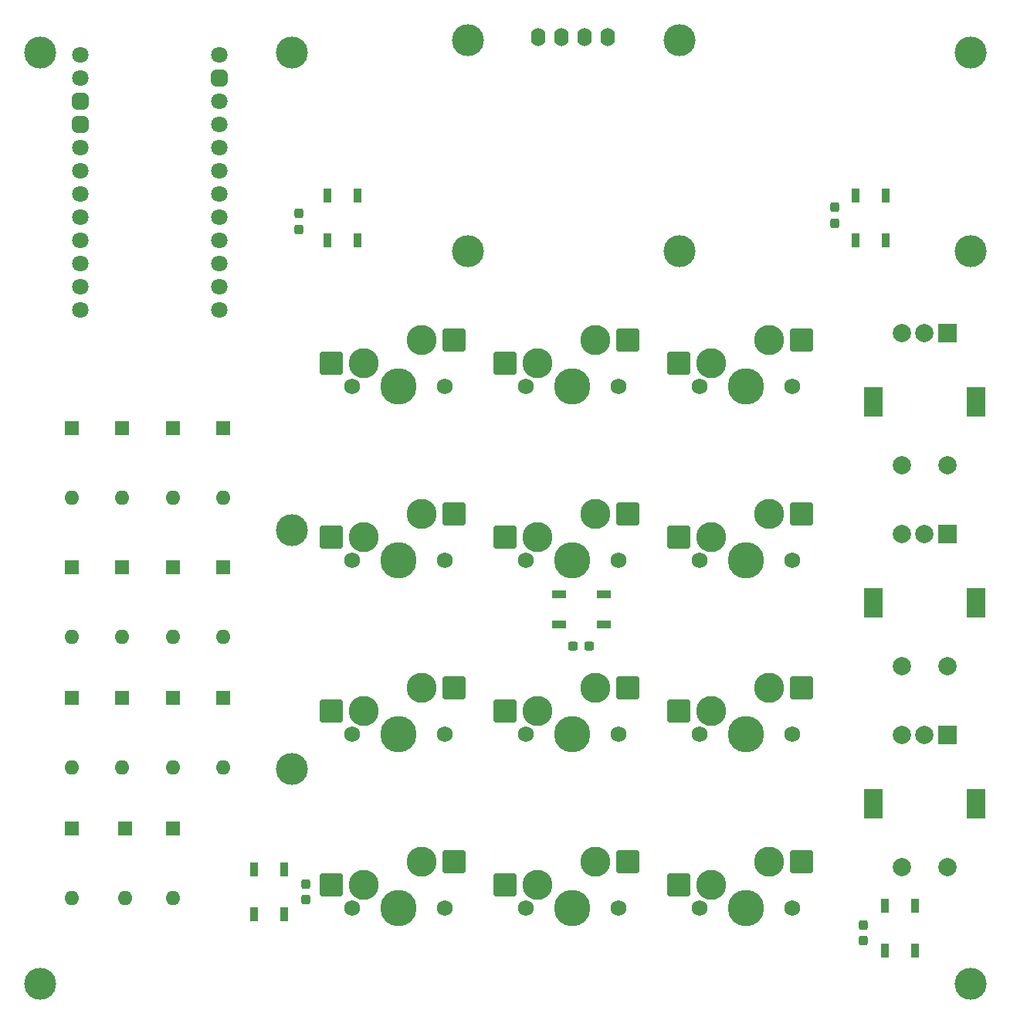
<source format=gbs>
G04 #@! TF.GenerationSoftware,KiCad,Pcbnew,7.0.5*
G04 #@! TF.CreationDate,2023-07-29T23:22:17-07:00*
G04 #@! TF.ProjectId,Custom_KeyPad,43757374-6f6d-45f4-9b65-795061642e6b,rev?*
G04 #@! TF.SameCoordinates,Original*
G04 #@! TF.FileFunction,Soldermask,Bot*
G04 #@! TF.FilePolarity,Negative*
%FSLAX46Y46*%
G04 Gerber Fmt 4.6, Leading zero omitted, Abs format (unit mm)*
G04 Created by KiCad (PCBNEW 7.0.5) date 2023-07-29 23:22:17*
%MOMM*%
%LPD*%
G01*
G04 APERTURE LIST*
G04 Aperture macros list*
%AMRoundRect*
0 Rectangle with rounded corners*
0 $1 Rounding radius*
0 $2 $3 $4 $5 $6 $7 $8 $9 X,Y pos of 4 corners*
0 Add a 4 corners polygon primitive as box body*
4,1,4,$2,$3,$4,$5,$6,$7,$8,$9,$2,$3,0*
0 Add four circle primitives for the rounded corners*
1,1,$1+$1,$2,$3*
1,1,$1+$1,$4,$5*
1,1,$1+$1,$6,$7*
1,1,$1+$1,$8,$9*
0 Add four rect primitives between the rounded corners*
20,1,$1+$1,$2,$3,$4,$5,0*
20,1,$1+$1,$4,$5,$6,$7,0*
20,1,$1+$1,$6,$7,$8,$9,0*
20,1,$1+$1,$8,$9,$2,$3,0*%
G04 Aperture macros list end*
%ADD10C,3.500000*%
%ADD11C,2.600000*%
%ADD12R,1.600000X1.600000*%
%ADD13O,1.600000X1.600000*%
%ADD14R,2.000000X2.000000*%
%ADD15C,2.000000*%
%ADD16R,2.000000X3.200000*%
%ADD17C,1.800000*%
%ADD18RoundRect,0.450000X-0.450000X-0.450000X0.450000X-0.450000X0.450000X0.450000X-0.450000X0.450000X0*%
%ADD19O,1.600000X2.000000*%
%ADD20C,1.750000*%
%ADD21C,3.987800*%
%ADD22C,3.300000*%
%ADD23RoundRect,0.250000X1.025000X1.000000X-1.025000X1.000000X-1.025000X-1.000000X1.025000X-1.000000X0*%
%ADD24RoundRect,0.237500X-0.237500X0.300000X-0.237500X-0.300000X0.237500X-0.300000X0.237500X0.300000X0*%
%ADD25R,1.500000X0.900000*%
%ADD26RoundRect,0.237500X0.300000X0.237500X-0.300000X0.237500X-0.300000X-0.237500X0.300000X-0.237500X0*%
%ADD27R,0.900000X1.500000*%
G04 APERTURE END LIST*
D10*
X203000000Y-60772695D03*
D11*
X203000000Y-60772695D03*
X128587500Y-91281250D03*
D10*
X128587500Y-91281250D03*
D12*
X104443750Y-95380000D03*
D13*
X104443750Y-103000000D03*
D14*
X200500000Y-91750000D03*
D15*
X195500000Y-91750000D03*
X198000000Y-91750000D03*
D16*
X203600000Y-99250000D03*
X192400000Y-99250000D03*
D15*
X195500000Y-106250000D03*
X200500000Y-106250000D03*
D12*
X115556250Y-95380000D03*
D13*
X115556250Y-103000000D03*
D12*
X121112500Y-109667500D03*
D13*
X121112500Y-117287500D03*
D11*
X128587500Y-39000000D03*
D10*
X128587500Y-39000000D03*
D14*
X200500000Y-113750000D03*
D15*
X195500000Y-113750000D03*
X198000000Y-113750000D03*
D16*
X203600000Y-121250000D03*
X192400000Y-121250000D03*
D15*
X195500000Y-128250000D03*
X200500000Y-128250000D03*
D12*
X110331250Y-123983750D03*
D13*
X110331250Y-131603750D03*
D12*
X115556250Y-123983750D03*
D13*
X115556250Y-131603750D03*
D12*
X115556250Y-109667500D03*
D13*
X115556250Y-117287500D03*
D12*
X121112500Y-95380000D03*
D13*
X121112500Y-103000000D03*
D11*
X128587500Y-117475000D03*
D10*
X128587500Y-117475000D03*
D14*
X200500000Y-69750000D03*
D15*
X195500000Y-69750000D03*
X198000000Y-69750000D03*
D16*
X203600000Y-77250000D03*
X192400000Y-77250000D03*
D15*
X195500000Y-84250000D03*
X200500000Y-84250000D03*
D11*
X101000000Y-39000000D03*
D10*
X101000000Y-39000000D03*
D11*
X171153689Y-60772695D03*
D10*
X171153689Y-60772695D03*
D12*
X121112500Y-80140000D03*
D13*
X121112500Y-87760000D03*
D17*
X105380000Y-39211250D03*
X105380000Y-41751250D03*
D18*
X105380000Y-44291250D03*
X105380000Y-46831250D03*
D17*
X105380000Y-49371250D03*
X105380000Y-51911250D03*
X105380000Y-54451250D03*
X105380000Y-56991250D03*
X105380000Y-59531250D03*
X105380000Y-62071250D03*
X105380000Y-64611250D03*
X105380000Y-67151250D03*
X120620000Y-39211250D03*
D18*
X120620000Y-41751250D03*
D17*
X120620000Y-44291250D03*
X120620000Y-46831250D03*
X120620000Y-49371250D03*
X120620000Y-51911250D03*
X120620000Y-54451250D03*
X120620000Y-56991250D03*
X120620000Y-59531250D03*
X120620000Y-62071250D03*
X120620000Y-64611250D03*
X120620000Y-67151250D03*
D12*
X104443750Y-80140000D03*
D13*
X104443750Y-87760000D03*
D11*
X203000000Y-39000000D03*
D10*
X203000000Y-39000000D03*
D11*
X147947592Y-60772480D03*
D10*
X147947592Y-60772480D03*
D12*
X110000000Y-80140000D03*
D13*
X110000000Y-87760000D03*
D11*
X171158857Y-37656395D03*
D10*
X171158857Y-37656395D03*
D12*
X110000000Y-95380000D03*
D13*
X110000000Y-103000000D03*
D12*
X115556250Y-80140000D03*
D13*
X115556250Y-87760000D03*
D12*
X104443750Y-109667500D03*
D13*
X104443750Y-117287500D03*
D11*
X101000000Y-141000000D03*
D10*
X101000000Y-141000000D03*
D12*
X104443750Y-123983750D03*
D13*
X104443750Y-131603750D03*
D11*
X147943149Y-37649935D03*
D10*
X147943149Y-37649935D03*
D12*
X110000000Y-109667500D03*
D13*
X110000000Y-117287500D03*
D19*
X155623750Y-37262500D03*
X158163750Y-37262500D03*
X160703750Y-37262500D03*
X163243750Y-37262500D03*
D11*
X203000000Y-141000000D03*
D10*
X203000000Y-141000000D03*
D20*
X145415000Y-132715000D03*
D21*
X140335000Y-132715000D03*
D20*
X135255000Y-132715000D03*
D22*
X136525000Y-130175000D03*
D23*
X132975000Y-130175000D03*
X146425000Y-127635000D03*
D22*
X142875000Y-127635000D03*
D24*
X188118750Y-55967500D03*
X188118750Y-57692500D03*
D25*
X162787500Y-98362500D03*
X162787500Y-101662500D03*
X157887500Y-101662500D03*
X157887500Y-98362500D03*
D20*
X164465000Y-94615000D03*
D21*
X159385000Y-94615000D03*
D20*
X154305000Y-94615000D03*
D22*
X155575000Y-92075000D03*
D23*
X152025000Y-92075000D03*
X165475000Y-89535000D03*
D22*
X161925000Y-89535000D03*
D20*
X145415000Y-94615000D03*
D21*
X140335000Y-94615000D03*
D20*
X135255000Y-94615000D03*
D22*
X136525000Y-92075000D03*
D23*
X132975000Y-92075000D03*
X146425000Y-89535000D03*
D22*
X142875000Y-89535000D03*
D26*
X161200000Y-103981250D03*
X159475000Y-103981250D03*
D20*
X145415000Y-113665000D03*
D21*
X140335000Y-113665000D03*
D20*
X135255000Y-113665000D03*
D22*
X136525000Y-111125000D03*
D23*
X132975000Y-111125000D03*
X146425000Y-108585000D03*
D22*
X142875000Y-108585000D03*
D20*
X183515000Y-75565000D03*
D21*
X178435000Y-75565000D03*
D20*
X173355000Y-75565000D03*
D22*
X174625000Y-73025000D03*
D23*
X171075000Y-73025000D03*
X184525000Y-70485000D03*
D22*
X180975000Y-70485000D03*
D20*
X164465000Y-75565000D03*
D21*
X159385000Y-75565000D03*
D20*
X154305000Y-75565000D03*
D22*
X155575000Y-73025000D03*
D23*
X152025000Y-73025000D03*
X165475000Y-70485000D03*
D22*
X161925000Y-70485000D03*
D27*
X193612500Y-132487500D03*
X196912500Y-132487500D03*
X196912500Y-137387500D03*
X193612500Y-137387500D03*
D20*
X164465000Y-113665000D03*
D21*
X159385000Y-113665000D03*
D20*
X154305000Y-113665000D03*
D22*
X155575000Y-111125000D03*
D23*
X152025000Y-111125000D03*
X165475000Y-108585000D03*
D22*
X161925000Y-108585000D03*
D20*
X183515000Y-132715000D03*
D21*
X178435000Y-132715000D03*
D20*
X173355000Y-132715000D03*
D22*
X174625000Y-130175000D03*
D23*
X171075000Y-130175000D03*
X184525000Y-127635000D03*
D22*
X180975000Y-127635000D03*
D20*
X164465000Y-132715000D03*
D21*
X159385000Y-132715000D03*
D20*
X154305000Y-132715000D03*
D22*
X155575000Y-130175000D03*
D23*
X152025000Y-130175000D03*
X165475000Y-127635000D03*
D22*
X161925000Y-127635000D03*
D27*
X132493750Y-54700000D03*
X135793750Y-54700000D03*
X135793750Y-59600000D03*
X132493750Y-59600000D03*
D20*
X183515000Y-94615000D03*
D21*
X178435000Y-94615000D03*
D20*
X173355000Y-94615000D03*
D22*
X174625000Y-92075000D03*
D23*
X171075000Y-92075000D03*
X184525000Y-89535000D03*
D22*
X180975000Y-89535000D03*
D24*
X129381250Y-56632500D03*
X129381250Y-58357500D03*
D20*
X183515000Y-113665000D03*
D21*
X178435000Y-113665000D03*
D20*
X173355000Y-113665000D03*
D22*
X174625000Y-111125000D03*
D23*
X171075000Y-111125000D03*
X184525000Y-108585000D03*
D22*
X180975000Y-108585000D03*
D27*
X124493750Y-128518750D03*
X127793750Y-128518750D03*
X127793750Y-133418750D03*
X124493750Y-133418750D03*
X190437500Y-54700000D03*
X193737500Y-54700000D03*
X193737500Y-59600000D03*
X190437500Y-59600000D03*
D24*
X191293750Y-134548750D03*
X191293750Y-136273750D03*
X130175000Y-130106250D03*
X130175000Y-131831250D03*
D20*
X145415000Y-75565000D03*
D21*
X140335000Y-75565000D03*
D20*
X135255000Y-75565000D03*
D22*
X136525000Y-73025000D03*
D23*
X132975000Y-73025000D03*
X146425000Y-70485000D03*
D22*
X142875000Y-70485000D03*
M02*

</source>
